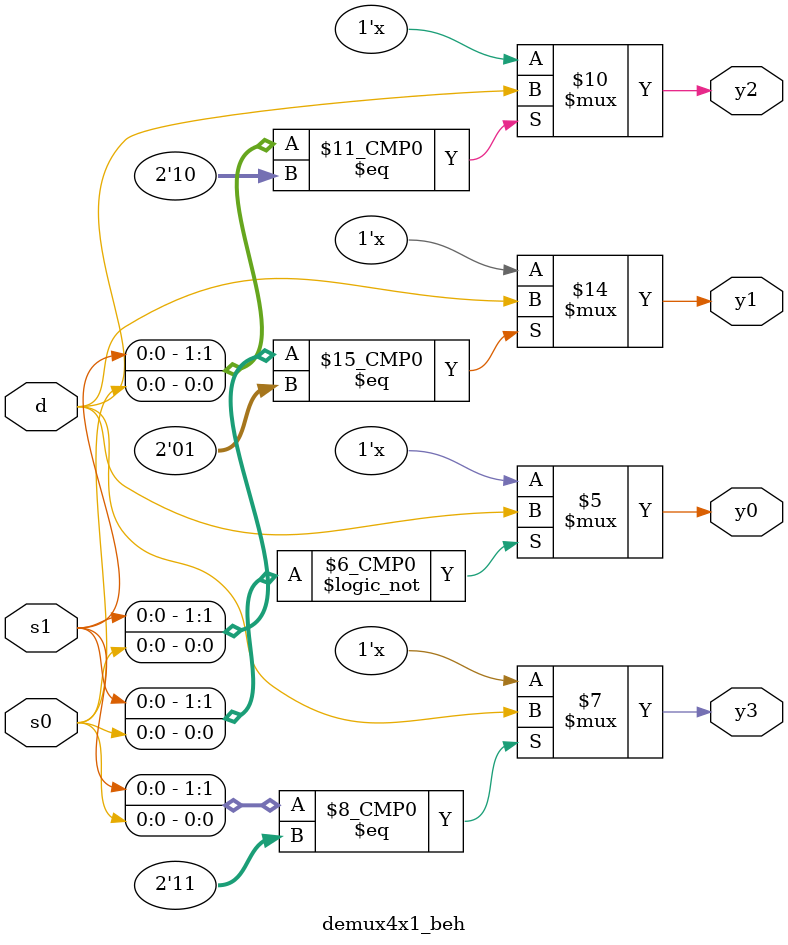
<source format=v>
module demux4x1_beh(d,s1,s0,y0,y1,y2,y3);
  input d,s1,s0;
  output reg y0,y1,y2,y3;
  always@*
  case({s1,s0})  //bad coding
  2'b00: y0=d;
  2'b01: y1=d;
  2'b10: y2=d;
  2'b11: y3=d;
 endcase
endmodule
</source>
